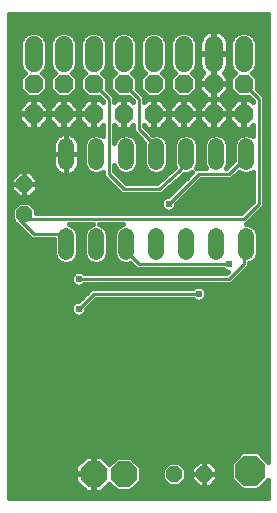
<source format=gbl>
G75*
%MOIN*%
%OFA0B0*%
%FSLAX25Y25*%
%IPPOS*%
%LPD*%
%AMOC8*
5,1,8,0,0,1.08239X$1,22.5*
%
%ADD10C,0.05200*%
%ADD11OC8,0.10000*%
%ADD12OC8,0.05200*%
%ADD13C,0.06000*%
%ADD14OC8,0.06300*%
%ADD15OC8,0.08500*%
%ADD16C,0.01000*%
%ADD17C,0.02400*%
%ADD18C,0.01600*%
D10*
X0027564Y0085775D02*
X0027564Y0090975D01*
X0037564Y0090975D02*
X0037564Y0085775D01*
X0047564Y0085775D02*
X0047564Y0090975D01*
X0057564Y0090975D02*
X0057564Y0085775D01*
X0067564Y0085775D02*
X0067564Y0090975D01*
X0077564Y0090975D02*
X0077564Y0085775D01*
X0087564Y0085775D02*
X0087564Y0090975D01*
X0087564Y0115775D02*
X0087564Y0120975D01*
X0077564Y0120975D02*
X0077564Y0115775D01*
X0067564Y0115775D02*
X0067564Y0120975D01*
X0057564Y0120975D02*
X0057564Y0115775D01*
X0047564Y0115775D02*
X0047564Y0120975D01*
X0037564Y0120975D02*
X0037564Y0115775D01*
X0027564Y0115775D02*
X0027564Y0120975D01*
D11*
X0088903Y0012824D03*
D12*
X0073588Y0011800D03*
X0063588Y0011800D03*
X0013667Y0098375D03*
X0013667Y0108375D03*
D13*
X0016777Y0148800D02*
X0016777Y0154800D01*
X0026777Y0154800D02*
X0026777Y0148800D01*
X0036777Y0148800D02*
X0036777Y0154800D01*
X0046777Y0154800D02*
X0046777Y0148800D01*
X0056777Y0148800D02*
X0056777Y0154800D01*
X0066777Y0154800D02*
X0066777Y0148800D01*
X0076777Y0148800D02*
X0076777Y0154800D01*
X0086777Y0154800D02*
X0086777Y0148800D01*
D14*
X0086777Y0141800D03*
X0086777Y0131800D03*
X0076777Y0131800D03*
X0076777Y0141800D03*
X0066777Y0141800D03*
X0066777Y0131800D03*
X0056777Y0131800D03*
X0056777Y0141800D03*
X0046777Y0141800D03*
X0046777Y0131800D03*
X0036777Y0131800D03*
X0036777Y0141800D03*
X0026777Y0141800D03*
X0026777Y0131800D03*
X0016777Y0131800D03*
X0016777Y0141800D03*
D15*
X0036777Y0011800D03*
X0046777Y0011800D03*
D16*
X0031777Y0066800D02*
X0036777Y0071800D01*
X0071777Y0071800D01*
X0081777Y0076800D02*
X0086777Y0081800D01*
X0086777Y0086800D01*
X0087564Y0088375D01*
X0086777Y0096800D02*
X0091777Y0101800D01*
X0091777Y0136800D01*
X0086777Y0141800D01*
X0087564Y0118375D02*
X0086777Y0116800D01*
X0081777Y0111800D01*
X0071777Y0111800D01*
X0061777Y0101800D01*
X0058687Y0106800D02*
X0065356Y0112832D01*
X0069633Y0117511D01*
X0067564Y0118375D01*
X0058687Y0106800D02*
X0046777Y0106800D01*
X0041777Y0111800D01*
X0041777Y0136800D01*
X0036777Y0141800D01*
X0046777Y0141800D02*
X0051777Y0136800D01*
X0051777Y0126800D01*
X0056777Y0121800D01*
X0057564Y0118375D01*
X0047564Y0088375D02*
X0046777Y0086800D01*
X0051777Y0081800D01*
X0081777Y0081800D01*
X0081777Y0076800D02*
X0031777Y0076800D01*
X0027564Y0088375D02*
X0026777Y0091800D01*
X0016777Y0091800D01*
X0011777Y0096800D01*
X0013667Y0098375D01*
X0011777Y0096800D02*
X0086777Y0096800D01*
D17*
X0081777Y0081800D03*
X0071777Y0071800D03*
X0061777Y0101800D03*
X0031777Y0076800D03*
X0031777Y0066800D03*
D18*
X0008577Y0003600D02*
X0008577Y0165000D01*
X0094977Y0165000D01*
X0094977Y0015801D01*
X0091554Y0019224D01*
X0086252Y0019224D01*
X0082503Y0015475D01*
X0082503Y0010173D01*
X0086252Y0006424D01*
X0091554Y0006424D01*
X0094977Y0009847D01*
X0094977Y0003600D01*
X0008577Y0003600D01*
X0008577Y0004997D02*
X0094977Y0004997D01*
X0094977Y0006596D02*
X0091726Y0006596D01*
X0093324Y0008194D02*
X0094977Y0008194D01*
X0094923Y0009793D02*
X0094977Y0009793D01*
X0094977Y0016187D02*
X0094591Y0016187D01*
X0094977Y0017785D02*
X0092992Y0017785D01*
X0094977Y0019384D02*
X0008577Y0019384D01*
X0008577Y0020982D02*
X0094977Y0020982D01*
X0094977Y0022581D02*
X0008577Y0022581D01*
X0008577Y0024179D02*
X0094977Y0024179D01*
X0094977Y0025778D02*
X0008577Y0025778D01*
X0008577Y0027376D02*
X0094977Y0027376D01*
X0094977Y0028975D02*
X0008577Y0028975D01*
X0008577Y0030573D02*
X0094977Y0030573D01*
X0094977Y0032172D02*
X0008577Y0032172D01*
X0008577Y0033770D02*
X0094977Y0033770D01*
X0094977Y0035369D02*
X0008577Y0035369D01*
X0008577Y0036967D02*
X0094977Y0036967D01*
X0094977Y0038566D02*
X0008577Y0038566D01*
X0008577Y0040164D02*
X0094977Y0040164D01*
X0094977Y0041763D02*
X0008577Y0041763D01*
X0008577Y0043361D02*
X0094977Y0043361D01*
X0094977Y0044960D02*
X0008577Y0044960D01*
X0008577Y0046558D02*
X0094977Y0046558D01*
X0094977Y0048157D02*
X0008577Y0048157D01*
X0008577Y0049755D02*
X0094977Y0049755D01*
X0094977Y0051354D02*
X0008577Y0051354D01*
X0008577Y0052952D02*
X0094977Y0052952D01*
X0094977Y0054551D02*
X0008577Y0054551D01*
X0008577Y0056149D02*
X0094977Y0056149D01*
X0094977Y0057748D02*
X0008577Y0057748D01*
X0008577Y0059346D02*
X0094977Y0059346D01*
X0094977Y0060945D02*
X0008577Y0060945D01*
X0008577Y0062543D02*
X0094977Y0062543D01*
X0094977Y0064142D02*
X0008577Y0064142D01*
X0008577Y0065740D02*
X0029402Y0065740D01*
X0029573Y0065327D02*
X0029177Y0066283D01*
X0029177Y0067317D01*
X0029573Y0068273D01*
X0030304Y0069004D01*
X0031260Y0069400D01*
X0031690Y0069400D01*
X0034877Y0072587D01*
X0035990Y0073700D01*
X0070000Y0073700D01*
X0070304Y0074004D01*
X0071260Y0074400D01*
X0072294Y0074400D01*
X0073250Y0074004D01*
X0073981Y0073273D01*
X0074377Y0072317D01*
X0074377Y0071283D01*
X0073981Y0070327D01*
X0073250Y0069596D01*
X0072294Y0069200D01*
X0071260Y0069200D01*
X0070304Y0069596D01*
X0070000Y0069900D01*
X0037564Y0069900D01*
X0034377Y0066713D01*
X0034377Y0066283D01*
X0033981Y0065327D01*
X0033250Y0064596D01*
X0032294Y0064200D01*
X0031260Y0064200D01*
X0030304Y0064596D01*
X0029573Y0065327D01*
X0029186Y0067339D02*
X0008577Y0067339D01*
X0008577Y0068937D02*
X0030237Y0068937D01*
X0032826Y0070536D02*
X0008577Y0070536D01*
X0008577Y0072134D02*
X0034424Y0072134D01*
X0033250Y0074596D02*
X0032294Y0074200D01*
X0031260Y0074200D01*
X0030304Y0074596D01*
X0029573Y0075327D01*
X0029177Y0076283D01*
X0029177Y0077317D01*
X0029573Y0078273D01*
X0030304Y0079004D01*
X0031260Y0079400D01*
X0032294Y0079400D01*
X0033250Y0079004D01*
X0033554Y0078700D01*
X0080990Y0078700D01*
X0081490Y0079200D01*
X0081260Y0079200D01*
X0080304Y0079596D01*
X0080000Y0079900D01*
X0050990Y0079900D01*
X0048894Y0081996D01*
X0048360Y0081775D01*
X0046769Y0081775D01*
X0045298Y0082384D01*
X0044173Y0083509D01*
X0043564Y0084979D01*
X0043564Y0091770D01*
X0044173Y0093241D01*
X0045298Y0094366D01*
X0046588Y0094900D01*
X0038540Y0094900D01*
X0039830Y0094366D01*
X0040955Y0093241D01*
X0041564Y0091770D01*
X0041564Y0084979D01*
X0040955Y0083509D01*
X0039830Y0082384D01*
X0038360Y0081775D01*
X0036769Y0081775D01*
X0035298Y0082384D01*
X0034173Y0083509D01*
X0033564Y0084979D01*
X0033564Y0091770D01*
X0034173Y0093241D01*
X0035298Y0094366D01*
X0036588Y0094900D01*
X0028540Y0094900D01*
X0029830Y0094366D01*
X0030955Y0093241D01*
X0031564Y0091770D01*
X0031564Y0084979D01*
X0030955Y0083509D01*
X0029830Y0082384D01*
X0028360Y0081775D01*
X0026769Y0081775D01*
X0025298Y0082384D01*
X0024173Y0083509D01*
X0023564Y0084979D01*
X0023564Y0089900D01*
X0015990Y0089900D01*
X0014877Y0091013D01*
X0010990Y0094900D01*
X0010920Y0094970D01*
X0010821Y0094979D01*
X0010372Y0095517D01*
X0009877Y0096013D01*
X0009877Y0096112D01*
X0009813Y0096188D01*
X0009845Y0096539D01*
X0009667Y0096718D01*
X0009667Y0100032D01*
X0012010Y0102375D01*
X0015323Y0102375D01*
X0017667Y0100032D01*
X0017667Y0098700D01*
X0085990Y0098700D01*
X0089877Y0102587D01*
X0089877Y0112431D01*
X0089830Y0112384D01*
X0088360Y0111775D01*
X0086769Y0111775D01*
X0085298Y0112384D01*
X0085173Y0112509D01*
X0082564Y0109900D01*
X0072564Y0109900D01*
X0064377Y0101713D01*
X0064377Y0101283D01*
X0063981Y0100327D01*
X0063250Y0099596D01*
X0062294Y0099200D01*
X0061260Y0099200D01*
X0060304Y0099596D01*
X0059573Y0100327D01*
X0059177Y0101283D01*
X0059177Y0102317D01*
X0059573Y0103273D01*
X0060304Y0104004D01*
X0061260Y0104400D01*
X0061690Y0104400D01*
X0069563Y0112273D01*
X0068360Y0111775D01*
X0067020Y0111775D01*
X0066697Y0111483D01*
X0066227Y0110969D01*
X0066124Y0110964D01*
X0059996Y0105423D01*
X0059474Y0104900D01*
X0059418Y0104900D01*
X0059377Y0104863D01*
X0058639Y0104900D01*
X0045990Y0104900D01*
X0044877Y0106013D01*
X0039877Y0111013D01*
X0039877Y0112431D01*
X0039830Y0112384D01*
X0038360Y0111775D01*
X0036769Y0111775D01*
X0035298Y0112384D01*
X0034173Y0113509D01*
X0033564Y0114979D01*
X0033564Y0121770D01*
X0034173Y0123241D01*
X0035298Y0124366D01*
X0036769Y0124975D01*
X0038360Y0124975D01*
X0039830Y0124366D01*
X0039877Y0124319D01*
X0039877Y0127900D01*
X0038827Y0126850D01*
X0036877Y0126850D01*
X0036877Y0131700D01*
X0036677Y0131700D01*
X0036677Y0126850D01*
X0034727Y0126850D01*
X0031827Y0129750D01*
X0031827Y0131700D01*
X0036677Y0131700D01*
X0036677Y0131900D01*
X0036677Y0136750D01*
X0034727Y0136750D01*
X0031827Y0133850D01*
X0031827Y0131900D01*
X0036677Y0131900D01*
X0036877Y0131900D01*
X0036877Y0136750D01*
X0038827Y0136750D01*
X0039877Y0135700D01*
X0039877Y0136013D01*
X0038640Y0137250D01*
X0034892Y0137250D01*
X0032227Y0139915D01*
X0032227Y0143685D01*
X0033948Y0145406D01*
X0033047Y0146308D01*
X0032377Y0147925D01*
X0032377Y0155675D01*
X0033047Y0157292D01*
X0034284Y0158530D01*
X0035902Y0159200D01*
X0037652Y0159200D01*
X0039269Y0158530D01*
X0040507Y0157292D01*
X0041177Y0155675D01*
X0041177Y0147925D01*
X0040507Y0146308D01*
X0039605Y0145406D01*
X0041327Y0143685D01*
X0041327Y0139937D01*
X0042564Y0138700D01*
X0043677Y0137587D01*
X0043677Y0135700D01*
X0044727Y0136750D01*
X0046677Y0136750D01*
X0046677Y0131900D01*
X0046877Y0131900D01*
X0046877Y0136750D01*
X0048827Y0136750D01*
X0049877Y0135700D01*
X0049877Y0136013D01*
X0048640Y0137250D01*
X0044892Y0137250D01*
X0042227Y0139915D01*
X0042227Y0143685D01*
X0043948Y0145406D01*
X0043047Y0146308D01*
X0042377Y0147925D01*
X0042377Y0155675D01*
X0043047Y0157292D01*
X0044284Y0158530D01*
X0045902Y0159200D01*
X0047652Y0159200D01*
X0049269Y0158530D01*
X0050507Y0157292D01*
X0051177Y0155675D01*
X0051177Y0147925D01*
X0050507Y0146308D01*
X0049605Y0145406D01*
X0051327Y0143685D01*
X0051327Y0139937D01*
X0052564Y0138700D01*
X0053677Y0137587D01*
X0053677Y0135700D01*
X0054727Y0136750D01*
X0056677Y0136750D01*
X0056677Y0131900D01*
X0056877Y0131900D01*
X0061727Y0131900D01*
X0061727Y0133850D01*
X0058827Y0136750D01*
X0056877Y0136750D01*
X0056877Y0131900D01*
X0056877Y0131700D01*
X0061727Y0131700D01*
X0061727Y0129750D01*
X0058827Y0126850D01*
X0056877Y0126850D01*
X0056877Y0131700D01*
X0056677Y0131700D01*
X0056677Y0126850D01*
X0054727Y0126850D01*
X0053677Y0127900D01*
X0053677Y0127587D01*
X0056430Y0124834D01*
X0056769Y0124975D01*
X0058360Y0124975D01*
X0059830Y0124366D01*
X0060955Y0123241D01*
X0061564Y0121770D01*
X0061564Y0114979D01*
X0060955Y0113509D01*
X0059830Y0112384D01*
X0058360Y0111775D01*
X0056769Y0111775D01*
X0055298Y0112384D01*
X0054173Y0113509D01*
X0053564Y0114979D01*
X0053564Y0121770D01*
X0053727Y0122163D01*
X0050990Y0124900D01*
X0049877Y0126013D01*
X0049877Y0127900D01*
X0048827Y0126850D01*
X0046877Y0126850D01*
X0046877Y0131700D01*
X0046677Y0131700D01*
X0046677Y0126850D01*
X0044727Y0126850D01*
X0043677Y0127900D01*
X0043677Y0122042D01*
X0044173Y0123241D01*
X0045298Y0124366D01*
X0046769Y0124975D01*
X0048360Y0124975D01*
X0049830Y0124366D01*
X0050955Y0123241D01*
X0051564Y0121770D01*
X0051564Y0114979D01*
X0050955Y0113509D01*
X0049830Y0112384D01*
X0048360Y0111775D01*
X0046769Y0111775D01*
X0045298Y0112384D01*
X0044173Y0113509D01*
X0043677Y0114707D01*
X0043677Y0112587D01*
X0047564Y0108700D01*
X0057955Y0108700D01*
X0063928Y0114102D01*
X0063564Y0114979D01*
X0063564Y0121770D01*
X0064173Y0123241D01*
X0065298Y0124366D01*
X0066769Y0124975D01*
X0068360Y0124975D01*
X0069830Y0124366D01*
X0070955Y0123241D01*
X0071564Y0121770D01*
X0071564Y0117809D01*
X0071689Y0117505D01*
X0071564Y0117207D01*
X0071564Y0116847D01*
X0071566Y0116810D01*
X0071564Y0116809D01*
X0071564Y0114979D01*
X0071034Y0113700D01*
X0074094Y0113700D01*
X0073564Y0114979D01*
X0073564Y0121770D01*
X0074173Y0123241D01*
X0075298Y0124366D01*
X0076769Y0124975D01*
X0078360Y0124975D01*
X0079830Y0124366D01*
X0080955Y0123241D01*
X0081564Y0121770D01*
X0081564Y0114979D01*
X0081066Y0113776D01*
X0083564Y0116274D01*
X0083564Y0121770D01*
X0084173Y0123241D01*
X0085298Y0124366D01*
X0086769Y0124975D01*
X0088360Y0124975D01*
X0089830Y0124366D01*
X0089877Y0124319D01*
X0089877Y0127900D01*
X0088827Y0126850D01*
X0086877Y0126850D01*
X0086877Y0131700D01*
X0086677Y0131700D01*
X0086677Y0126850D01*
X0084727Y0126850D01*
X0081827Y0129750D01*
X0081827Y0131700D01*
X0086677Y0131700D01*
X0086677Y0131900D01*
X0086677Y0136750D01*
X0084727Y0136750D01*
X0081827Y0133850D01*
X0081827Y0131900D01*
X0086677Y0131900D01*
X0086877Y0131900D01*
X0086877Y0136750D01*
X0088827Y0136750D01*
X0089877Y0135700D01*
X0089877Y0136013D01*
X0088640Y0137250D01*
X0084892Y0137250D01*
X0082227Y0139915D01*
X0082227Y0143685D01*
X0083948Y0145406D01*
X0083047Y0146308D01*
X0082377Y0147925D01*
X0082377Y0155675D01*
X0083047Y0157292D01*
X0084284Y0158530D01*
X0085902Y0159200D01*
X0087652Y0159200D01*
X0089269Y0158530D01*
X0090507Y0157292D01*
X0091177Y0155675D01*
X0091177Y0147925D01*
X0090507Y0146308D01*
X0089605Y0145406D01*
X0091327Y0143685D01*
X0091327Y0139937D01*
X0092564Y0138700D01*
X0093677Y0137587D01*
X0093677Y0101013D01*
X0092564Y0099900D01*
X0087639Y0094975D01*
X0088360Y0094975D01*
X0089830Y0094366D01*
X0090955Y0093241D01*
X0091564Y0091770D01*
X0091564Y0084979D01*
X0090955Y0083509D01*
X0089830Y0082384D01*
X0088677Y0081906D01*
X0088677Y0081013D01*
X0087564Y0079900D01*
X0082564Y0074900D01*
X0033554Y0074900D01*
X0033250Y0074596D01*
X0029571Y0075332D02*
X0008577Y0075332D01*
X0008577Y0076930D02*
X0029177Y0076930D01*
X0029828Y0078529D02*
X0008577Y0078529D01*
X0008577Y0080127D02*
X0050763Y0080127D01*
X0049164Y0081726D02*
X0008577Y0081726D01*
X0008577Y0083324D02*
X0024358Y0083324D01*
X0023588Y0084923D02*
X0008577Y0084923D01*
X0008577Y0086521D02*
X0023564Y0086521D01*
X0023564Y0088120D02*
X0008577Y0088120D01*
X0008577Y0089718D02*
X0023564Y0089718D01*
X0029473Y0094514D02*
X0035655Y0094514D01*
X0034038Y0092915D02*
X0031090Y0092915D01*
X0031564Y0091317D02*
X0033564Y0091317D01*
X0033564Y0089718D02*
X0031564Y0089718D01*
X0031564Y0088120D02*
X0033564Y0088120D01*
X0033564Y0086521D02*
X0031564Y0086521D01*
X0031541Y0084923D02*
X0033588Y0084923D01*
X0034358Y0083324D02*
X0030770Y0083324D01*
X0039473Y0094514D02*
X0045655Y0094514D01*
X0044038Y0092915D02*
X0041090Y0092915D01*
X0041564Y0091317D02*
X0043564Y0091317D01*
X0043564Y0089718D02*
X0041564Y0089718D01*
X0041564Y0088120D02*
X0043564Y0088120D01*
X0043564Y0086521D02*
X0041564Y0086521D01*
X0041541Y0084923D02*
X0043588Y0084923D01*
X0044358Y0083324D02*
X0040770Y0083324D01*
X0036601Y0068937D02*
X0094977Y0068937D01*
X0094977Y0067339D02*
X0035003Y0067339D01*
X0034152Y0065740D02*
X0094977Y0065740D01*
X0094977Y0070536D02*
X0074068Y0070536D01*
X0074377Y0072134D02*
X0094977Y0072134D01*
X0094977Y0073733D02*
X0073521Y0073733D01*
X0070033Y0073733D02*
X0008577Y0073733D01*
X0008577Y0091317D02*
X0014573Y0091317D01*
X0012975Y0092915D02*
X0008577Y0092915D01*
X0008577Y0094514D02*
X0011376Y0094514D01*
X0009877Y0096112D02*
X0008577Y0096112D01*
X0008577Y0097711D02*
X0009667Y0097711D01*
X0009667Y0099309D02*
X0008577Y0099309D01*
X0008577Y0100908D02*
X0010543Y0100908D01*
X0008577Y0102506D02*
X0059255Y0102506D01*
X0059332Y0100908D02*
X0016791Y0100908D01*
X0017667Y0099309D02*
X0060996Y0099309D01*
X0062558Y0099309D02*
X0086599Y0099309D01*
X0088198Y0100908D02*
X0064221Y0100908D01*
X0065170Y0102506D02*
X0089796Y0102506D01*
X0089877Y0104105D02*
X0066769Y0104105D01*
X0068367Y0105703D02*
X0089877Y0105703D01*
X0089877Y0107302D02*
X0069966Y0107302D01*
X0071564Y0108900D02*
X0089877Y0108900D01*
X0089877Y0110499D02*
X0083163Y0110499D01*
X0084761Y0112097D02*
X0085990Y0112097D01*
X0089138Y0112097D02*
X0089877Y0112097D01*
X0093677Y0112097D02*
X0094977Y0112097D01*
X0094977Y0110499D02*
X0093677Y0110499D01*
X0093677Y0108900D02*
X0094977Y0108900D01*
X0094977Y0107302D02*
X0093677Y0107302D01*
X0093677Y0105703D02*
X0094977Y0105703D01*
X0094977Y0104105D02*
X0093677Y0104105D01*
X0093677Y0102506D02*
X0094977Y0102506D01*
X0094977Y0100908D02*
X0093572Y0100908D01*
X0094977Y0099309D02*
X0091973Y0099309D01*
X0090375Y0097711D02*
X0094977Y0097711D01*
X0094977Y0096112D02*
X0088776Y0096112D01*
X0089473Y0094514D02*
X0094977Y0094514D01*
X0094977Y0092915D02*
X0091090Y0092915D01*
X0091564Y0091317D02*
X0094977Y0091317D01*
X0094977Y0089718D02*
X0091564Y0089718D01*
X0091564Y0088120D02*
X0094977Y0088120D01*
X0094977Y0086521D02*
X0091564Y0086521D01*
X0091541Y0084923D02*
X0094977Y0084923D01*
X0094977Y0083324D02*
X0090770Y0083324D01*
X0088677Y0081726D02*
X0094977Y0081726D01*
X0094977Y0080127D02*
X0087791Y0080127D01*
X0086192Y0078529D02*
X0094977Y0078529D01*
X0094977Y0076930D02*
X0084594Y0076930D01*
X0082995Y0075332D02*
X0094977Y0075332D01*
X0094977Y0113696D02*
X0093677Y0113696D01*
X0093677Y0115294D02*
X0094977Y0115294D01*
X0094977Y0116893D02*
X0093677Y0116893D01*
X0093677Y0118491D02*
X0094977Y0118491D01*
X0094977Y0120090D02*
X0093677Y0120090D01*
X0093677Y0121688D02*
X0094977Y0121688D01*
X0094977Y0123287D02*
X0093677Y0123287D01*
X0093677Y0124885D02*
X0094977Y0124885D01*
X0094977Y0126484D02*
X0093677Y0126484D01*
X0093677Y0128082D02*
X0094977Y0128082D01*
X0094977Y0129681D02*
X0093677Y0129681D01*
X0093677Y0131279D02*
X0094977Y0131279D01*
X0094977Y0132878D02*
X0093677Y0132878D01*
X0093677Y0134476D02*
X0094977Y0134476D01*
X0094977Y0136075D02*
X0093677Y0136075D01*
X0093590Y0137673D02*
X0094977Y0137673D01*
X0094977Y0139272D02*
X0091992Y0139272D01*
X0091327Y0140870D02*
X0094977Y0140870D01*
X0094977Y0142469D02*
X0091327Y0142469D01*
X0090944Y0144068D02*
X0094977Y0144068D01*
X0094977Y0145666D02*
X0089865Y0145666D01*
X0090903Y0147265D02*
X0094977Y0147265D01*
X0094977Y0148863D02*
X0091177Y0148863D01*
X0091177Y0150462D02*
X0094977Y0150462D01*
X0094977Y0152060D02*
X0091177Y0152060D01*
X0091177Y0153659D02*
X0094977Y0153659D01*
X0094977Y0155257D02*
X0091177Y0155257D01*
X0090688Y0156856D02*
X0094977Y0156856D01*
X0094977Y0158454D02*
X0089345Y0158454D01*
X0084208Y0158454D02*
X0079911Y0158454D01*
X0079904Y0158461D02*
X0080438Y0157927D01*
X0080882Y0157316D01*
X0081225Y0156643D01*
X0081459Y0155924D01*
X0081577Y0155178D01*
X0081577Y0152000D01*
X0076977Y0152000D01*
X0076977Y0151600D01*
X0081577Y0151600D01*
X0081577Y0148422D01*
X0081459Y0147676D01*
X0081225Y0146957D01*
X0080882Y0146284D01*
X0080438Y0145673D01*
X0080171Y0145406D01*
X0081727Y0143850D01*
X0081727Y0141900D01*
X0076877Y0141900D01*
X0076877Y0141700D01*
X0081727Y0141700D01*
X0081727Y0139750D01*
X0078827Y0136850D01*
X0076877Y0136850D01*
X0076877Y0141700D01*
X0076677Y0141700D01*
X0076677Y0136850D01*
X0074727Y0136850D01*
X0071827Y0139750D01*
X0071827Y0141700D01*
X0076677Y0141700D01*
X0076677Y0141900D01*
X0076677Y0146750D01*
X0076577Y0146750D01*
X0076577Y0151600D01*
X0076977Y0151600D01*
X0076977Y0146750D01*
X0076877Y0146750D01*
X0076877Y0141900D01*
X0076677Y0141900D01*
X0071827Y0141900D01*
X0071827Y0143850D01*
X0073383Y0145406D01*
X0073116Y0145673D01*
X0072672Y0146284D01*
X0072329Y0146957D01*
X0072095Y0147676D01*
X0071977Y0148422D01*
X0071977Y0151600D01*
X0076577Y0151600D01*
X0076577Y0152000D01*
X0076577Y0159600D01*
X0076399Y0159600D01*
X0075653Y0159482D01*
X0074934Y0159248D01*
X0074261Y0158905D01*
X0073650Y0158461D01*
X0073116Y0157927D01*
X0072672Y0157316D01*
X0072329Y0156643D01*
X0072095Y0155924D01*
X0071977Y0155178D01*
X0071977Y0152000D01*
X0076577Y0152000D01*
X0076977Y0152000D01*
X0076977Y0159600D01*
X0077155Y0159600D01*
X0077901Y0159482D01*
X0078619Y0159248D01*
X0079293Y0158905D01*
X0079904Y0158461D01*
X0081117Y0156856D02*
X0082866Y0156856D01*
X0082377Y0155257D02*
X0081564Y0155257D01*
X0081577Y0153659D02*
X0082377Y0153659D01*
X0082377Y0152060D02*
X0081577Y0152060D01*
X0081577Y0150462D02*
X0082377Y0150462D01*
X0082377Y0148863D02*
X0081577Y0148863D01*
X0081325Y0147265D02*
X0082650Y0147265D01*
X0083688Y0145666D02*
X0080431Y0145666D01*
X0081510Y0144068D02*
X0082610Y0144068D01*
X0082227Y0142469D02*
X0081727Y0142469D01*
X0081727Y0140870D02*
X0082227Y0140870D01*
X0082870Y0139272D02*
X0081249Y0139272D01*
X0079651Y0137673D02*
X0084469Y0137673D01*
X0084052Y0136075D02*
X0079502Y0136075D01*
X0078827Y0136750D02*
X0076877Y0136750D01*
X0076877Y0131900D01*
X0081727Y0131900D01*
X0081727Y0133850D01*
X0078827Y0136750D01*
X0076877Y0136075D02*
X0076677Y0136075D01*
X0076677Y0136750D02*
X0074727Y0136750D01*
X0071827Y0133850D01*
X0071827Y0131900D01*
X0076677Y0131900D01*
X0076677Y0136750D01*
X0076677Y0137673D02*
X0076877Y0137673D01*
X0076877Y0139272D02*
X0076677Y0139272D01*
X0076677Y0140870D02*
X0076877Y0140870D01*
X0076877Y0142469D02*
X0076677Y0142469D01*
X0076677Y0144068D02*
X0076877Y0144068D01*
X0076877Y0145666D02*
X0076677Y0145666D01*
X0076577Y0147265D02*
X0076977Y0147265D01*
X0076977Y0148863D02*
X0076577Y0148863D01*
X0076577Y0150462D02*
X0076977Y0150462D01*
X0076977Y0152060D02*
X0076577Y0152060D01*
X0076577Y0153659D02*
X0076977Y0153659D01*
X0076977Y0155257D02*
X0076577Y0155257D01*
X0076577Y0156856D02*
X0076977Y0156856D01*
X0076977Y0158454D02*
X0076577Y0158454D01*
X0073643Y0158454D02*
X0069345Y0158454D01*
X0069269Y0158530D02*
X0067652Y0159200D01*
X0065902Y0159200D01*
X0064284Y0158530D01*
X0063047Y0157292D01*
X0062377Y0155675D01*
X0062377Y0147925D01*
X0063047Y0146308D01*
X0063948Y0145406D01*
X0062227Y0143685D01*
X0062227Y0139915D01*
X0064892Y0137250D01*
X0068662Y0137250D01*
X0071327Y0139915D01*
X0071327Y0143685D01*
X0069605Y0145406D01*
X0070507Y0146308D01*
X0071177Y0147925D01*
X0071177Y0155675D01*
X0070507Y0157292D01*
X0069269Y0158530D01*
X0070688Y0156856D02*
X0072437Y0156856D01*
X0071989Y0155257D02*
X0071177Y0155257D01*
X0071177Y0153659D02*
X0071977Y0153659D01*
X0071977Y0152060D02*
X0071177Y0152060D01*
X0071177Y0150462D02*
X0071977Y0150462D01*
X0071977Y0148863D02*
X0071177Y0148863D01*
X0070903Y0147265D02*
X0072229Y0147265D01*
X0073123Y0145666D02*
X0069865Y0145666D01*
X0070944Y0144068D02*
X0072044Y0144068D01*
X0071827Y0142469D02*
X0071327Y0142469D01*
X0071327Y0140870D02*
X0071827Y0140870D01*
X0072305Y0139272D02*
X0070684Y0139272D01*
X0069085Y0137673D02*
X0073903Y0137673D01*
X0074052Y0136075D02*
X0069502Y0136075D01*
X0068827Y0136750D02*
X0066877Y0136750D01*
X0066877Y0131900D01*
X0071727Y0131900D01*
X0071727Y0133850D01*
X0068827Y0136750D01*
X0066877Y0136075D02*
X0066677Y0136075D01*
X0066677Y0136750D02*
X0064727Y0136750D01*
X0061827Y0133850D01*
X0061827Y0131900D01*
X0066677Y0131900D01*
X0066677Y0136750D01*
X0066677Y0134476D02*
X0066877Y0134476D01*
X0066877Y0132878D02*
X0066677Y0132878D01*
X0066677Y0131900D02*
X0066877Y0131900D01*
X0066877Y0131700D01*
X0071727Y0131700D01*
X0071727Y0129750D01*
X0068827Y0126850D01*
X0066877Y0126850D01*
X0066877Y0131700D01*
X0066677Y0131700D01*
X0066677Y0126850D01*
X0064727Y0126850D01*
X0061827Y0129750D01*
X0061827Y0131700D01*
X0066677Y0131700D01*
X0066677Y0131900D01*
X0066677Y0131279D02*
X0066877Y0131279D01*
X0066877Y0129681D02*
X0066677Y0129681D01*
X0066677Y0128082D02*
X0066877Y0128082D01*
X0066553Y0124885D02*
X0058576Y0124885D01*
X0060060Y0128082D02*
X0063494Y0128082D01*
X0061896Y0129681D02*
X0061658Y0129681D01*
X0061727Y0131279D02*
X0061827Y0131279D01*
X0061827Y0132878D02*
X0061727Y0132878D01*
X0061101Y0134476D02*
X0062453Y0134476D01*
X0064052Y0136075D02*
X0059502Y0136075D01*
X0058662Y0137250D02*
X0061327Y0139915D01*
X0061327Y0143685D01*
X0059605Y0145406D01*
X0060507Y0146308D01*
X0061177Y0147925D01*
X0061177Y0155675D01*
X0060507Y0157292D01*
X0059269Y0158530D01*
X0057652Y0159200D01*
X0055902Y0159200D01*
X0054284Y0158530D01*
X0053047Y0157292D01*
X0052377Y0155675D01*
X0052377Y0147925D01*
X0053047Y0146308D01*
X0053948Y0145406D01*
X0052227Y0143685D01*
X0052227Y0139915D01*
X0054892Y0137250D01*
X0058662Y0137250D01*
X0059085Y0137673D02*
X0064469Y0137673D01*
X0062870Y0139272D02*
X0060684Y0139272D01*
X0061327Y0140870D02*
X0062227Y0140870D01*
X0062227Y0142469D02*
X0061327Y0142469D01*
X0060944Y0144068D02*
X0062610Y0144068D01*
X0063688Y0145666D02*
X0059865Y0145666D01*
X0060903Y0147265D02*
X0062650Y0147265D01*
X0062377Y0148863D02*
X0061177Y0148863D01*
X0061177Y0150462D02*
X0062377Y0150462D01*
X0062377Y0152060D02*
X0061177Y0152060D01*
X0061177Y0153659D02*
X0062377Y0153659D01*
X0062377Y0155257D02*
X0061177Y0155257D01*
X0060688Y0156856D02*
X0062866Y0156856D01*
X0064208Y0158454D02*
X0059345Y0158454D01*
X0054208Y0158454D02*
X0049345Y0158454D01*
X0050688Y0156856D02*
X0052866Y0156856D01*
X0052377Y0155257D02*
X0051177Y0155257D01*
X0051177Y0153659D02*
X0052377Y0153659D01*
X0052377Y0152060D02*
X0051177Y0152060D01*
X0051177Y0150462D02*
X0052377Y0150462D01*
X0052377Y0148863D02*
X0051177Y0148863D01*
X0050903Y0147265D02*
X0052650Y0147265D01*
X0053688Y0145666D02*
X0049865Y0145666D01*
X0050944Y0144068D02*
X0052610Y0144068D01*
X0052227Y0142469D02*
X0051327Y0142469D01*
X0051327Y0140870D02*
X0052227Y0140870D01*
X0051992Y0139272D02*
X0052870Y0139272D01*
X0053590Y0137673D02*
X0054469Y0137673D01*
X0054052Y0136075D02*
X0053677Y0136075D01*
X0056677Y0136075D02*
X0056877Y0136075D01*
X0056877Y0134476D02*
X0056677Y0134476D01*
X0056677Y0132878D02*
X0056877Y0132878D01*
X0056877Y0131279D02*
X0056677Y0131279D01*
X0056677Y0129681D02*
X0056877Y0129681D01*
X0056877Y0128082D02*
X0056677Y0128082D01*
X0054780Y0126484D02*
X0089877Y0126484D01*
X0089877Y0124885D02*
X0088576Y0124885D01*
X0086553Y0124885D02*
X0078576Y0124885D01*
X0078827Y0126850D02*
X0076877Y0126850D01*
X0076877Y0131700D01*
X0076877Y0131900D01*
X0076677Y0131900D01*
X0076677Y0131700D01*
X0076877Y0131700D01*
X0081727Y0131700D01*
X0081727Y0129750D01*
X0078827Y0126850D01*
X0080060Y0128082D02*
X0083494Y0128082D01*
X0081896Y0129681D02*
X0081658Y0129681D01*
X0081727Y0131279D02*
X0081827Y0131279D01*
X0081827Y0132878D02*
X0081727Y0132878D01*
X0081101Y0134476D02*
X0082453Y0134476D01*
X0086677Y0134476D02*
X0086877Y0134476D01*
X0086877Y0132878D02*
X0086677Y0132878D01*
X0086677Y0131279D02*
X0086877Y0131279D01*
X0086877Y0129681D02*
X0086677Y0129681D01*
X0086677Y0128082D02*
X0086877Y0128082D01*
X0084220Y0123287D02*
X0080909Y0123287D01*
X0081564Y0121688D02*
X0083564Y0121688D01*
X0083564Y0120090D02*
X0081564Y0120090D01*
X0081564Y0118491D02*
X0083564Y0118491D01*
X0083564Y0116893D02*
X0081564Y0116893D01*
X0081564Y0115294D02*
X0082584Y0115294D01*
X0076553Y0124885D02*
X0068576Y0124885D01*
X0070909Y0123287D02*
X0074220Y0123287D01*
X0073564Y0121688D02*
X0071564Y0121688D01*
X0071564Y0120090D02*
X0073564Y0120090D01*
X0073564Y0118491D02*
X0071564Y0118491D01*
X0071564Y0116893D02*
X0073564Y0116893D01*
X0073564Y0115294D02*
X0071564Y0115294D01*
X0069387Y0112097D02*
X0069138Y0112097D01*
X0067789Y0110499D02*
X0065609Y0110499D01*
X0066190Y0108900D02*
X0063842Y0108900D01*
X0064592Y0107302D02*
X0062074Y0107302D01*
X0062993Y0105703D02*
X0060307Y0105703D01*
X0060547Y0104105D02*
X0015619Y0104105D01*
X0015489Y0103975D02*
X0018067Y0106552D01*
X0018067Y0108375D01*
X0018067Y0110197D01*
X0015489Y0112775D01*
X0013667Y0112775D01*
X0013667Y0108375D01*
X0018067Y0108375D01*
X0013667Y0108375D01*
X0013667Y0108375D01*
X0013667Y0108375D01*
X0013667Y0112775D01*
X0011844Y0112775D01*
X0009267Y0110197D01*
X0009267Y0108375D01*
X0013667Y0108375D01*
X0013667Y0103975D01*
X0015489Y0103975D01*
X0017218Y0105703D02*
X0045187Y0105703D01*
X0043588Y0107302D02*
X0018067Y0107302D01*
X0018067Y0108900D02*
X0041990Y0108900D01*
X0040391Y0110499D02*
X0017765Y0110499D01*
X0016167Y0112097D02*
X0025140Y0112097D01*
X0025258Y0112012D02*
X0024698Y0112419D01*
X0024208Y0112908D01*
X0023801Y0113469D01*
X0023487Y0114086D01*
X0023273Y0114744D01*
X0023164Y0115429D01*
X0023164Y0118375D01*
X0027564Y0118375D01*
X0027564Y0118375D01*
X0027564Y0125375D01*
X0027218Y0125375D01*
X0026534Y0125266D01*
X0025875Y0125052D01*
X0025258Y0124738D01*
X0024698Y0124331D01*
X0024208Y0123841D01*
X0023801Y0123281D01*
X0023487Y0122664D01*
X0023273Y0122005D01*
X0023164Y0121321D01*
X0023164Y0118375D01*
X0027564Y0118375D01*
X0027564Y0118375D01*
X0027564Y0125375D01*
X0027911Y0125375D01*
X0028595Y0125266D01*
X0029253Y0125052D01*
X0029870Y0124738D01*
X0030431Y0124331D01*
X0030920Y0123841D01*
X0031327Y0123281D01*
X0031642Y0122664D01*
X0031856Y0122005D01*
X0031964Y0121321D01*
X0031964Y0118375D01*
X0027564Y0118375D01*
X0027564Y0118375D01*
X0027564Y0111375D01*
X0027218Y0111375D01*
X0026534Y0111483D01*
X0025875Y0111697D01*
X0025258Y0112012D01*
X0023685Y0113696D02*
X0008577Y0113696D01*
X0008577Y0115294D02*
X0023186Y0115294D01*
X0023164Y0116893D02*
X0008577Y0116893D01*
X0008577Y0118491D02*
X0023164Y0118491D01*
X0023164Y0120090D02*
X0008577Y0120090D01*
X0008577Y0121688D02*
X0023222Y0121688D01*
X0023805Y0123287D02*
X0008577Y0123287D01*
X0008577Y0124885D02*
X0025547Y0124885D01*
X0024727Y0126850D02*
X0026677Y0126850D01*
X0026677Y0131700D01*
X0026877Y0131700D01*
X0026877Y0131900D01*
X0031727Y0131900D01*
X0031727Y0133850D01*
X0028827Y0136750D01*
X0026877Y0136750D01*
X0026877Y0131900D01*
X0026677Y0131900D01*
X0026677Y0136750D01*
X0024727Y0136750D01*
X0021827Y0133850D01*
X0021827Y0131900D01*
X0026677Y0131900D01*
X0026677Y0131700D01*
X0021827Y0131700D01*
X0021827Y0129750D01*
X0024727Y0126850D01*
X0023494Y0128082D02*
X0020060Y0128082D01*
X0018827Y0126850D02*
X0021727Y0129750D01*
X0021727Y0131700D01*
X0016877Y0131700D01*
X0016877Y0131900D01*
X0021727Y0131900D01*
X0021727Y0133850D01*
X0018827Y0136750D01*
X0016877Y0136750D01*
X0016877Y0131900D01*
X0016677Y0131900D01*
X0016677Y0136750D01*
X0014727Y0136750D01*
X0011827Y0133850D01*
X0011827Y0131900D01*
X0016677Y0131900D01*
X0016677Y0131700D01*
X0016877Y0131700D01*
X0016877Y0126850D01*
X0018827Y0126850D01*
X0016677Y0126850D02*
X0016677Y0131700D01*
X0011827Y0131700D01*
X0011827Y0129750D01*
X0014727Y0126850D01*
X0016677Y0126850D01*
X0016677Y0128082D02*
X0016877Y0128082D01*
X0016877Y0129681D02*
X0016677Y0129681D01*
X0016677Y0131279D02*
X0016877Y0131279D01*
X0016877Y0132878D02*
X0016677Y0132878D01*
X0016677Y0134476D02*
X0016877Y0134476D01*
X0016877Y0136075D02*
X0016677Y0136075D01*
X0014892Y0137250D02*
X0018662Y0137250D01*
X0021327Y0139915D01*
X0021327Y0143685D01*
X0019605Y0145406D01*
X0020507Y0146308D01*
X0021177Y0147925D01*
X0021177Y0155675D01*
X0020507Y0157292D01*
X0019269Y0158530D01*
X0017652Y0159200D01*
X0015902Y0159200D01*
X0014284Y0158530D01*
X0013047Y0157292D01*
X0012377Y0155675D01*
X0012377Y0147925D01*
X0013047Y0146308D01*
X0013948Y0145406D01*
X0012227Y0143685D01*
X0012227Y0139915D01*
X0014892Y0137250D01*
X0014469Y0137673D02*
X0008577Y0137673D01*
X0008577Y0136075D02*
X0014052Y0136075D01*
X0012453Y0134476D02*
X0008577Y0134476D01*
X0008577Y0132878D02*
X0011827Y0132878D01*
X0011827Y0131279D02*
X0008577Y0131279D01*
X0008577Y0129681D02*
X0011896Y0129681D01*
X0013494Y0128082D02*
X0008577Y0128082D01*
X0008577Y0126484D02*
X0039877Y0126484D01*
X0039877Y0124885D02*
X0038576Y0124885D01*
X0036553Y0124885D02*
X0029581Y0124885D01*
X0028827Y0126850D02*
X0031727Y0129750D01*
X0031727Y0131700D01*
X0026877Y0131700D01*
X0026877Y0126850D01*
X0028827Y0126850D01*
X0030060Y0128082D02*
X0033494Y0128082D01*
X0031896Y0129681D02*
X0031658Y0129681D01*
X0031727Y0131279D02*
X0031827Y0131279D01*
X0031827Y0132878D02*
X0031727Y0132878D01*
X0031101Y0134476D02*
X0032453Y0134476D01*
X0034052Y0136075D02*
X0029502Y0136075D01*
X0028662Y0137250D02*
X0031327Y0139915D01*
X0031327Y0143685D01*
X0029605Y0145406D01*
X0030507Y0146308D01*
X0031177Y0147925D01*
X0031177Y0155675D01*
X0030507Y0157292D01*
X0029269Y0158530D01*
X0027652Y0159200D01*
X0025902Y0159200D01*
X0024284Y0158530D01*
X0023047Y0157292D01*
X0022377Y0155675D01*
X0022377Y0147925D01*
X0023047Y0146308D01*
X0023948Y0145406D01*
X0022227Y0143685D01*
X0022227Y0139915D01*
X0024892Y0137250D01*
X0028662Y0137250D01*
X0029085Y0137673D02*
X0034469Y0137673D01*
X0032870Y0139272D02*
X0030684Y0139272D01*
X0031327Y0140870D02*
X0032227Y0140870D01*
X0032227Y0142469D02*
X0031327Y0142469D01*
X0030944Y0144068D02*
X0032610Y0144068D01*
X0033688Y0145666D02*
X0029865Y0145666D01*
X0030903Y0147265D02*
X0032650Y0147265D01*
X0032377Y0148863D02*
X0031177Y0148863D01*
X0031177Y0150462D02*
X0032377Y0150462D01*
X0032377Y0152060D02*
X0031177Y0152060D01*
X0031177Y0153659D02*
X0032377Y0153659D01*
X0032377Y0155257D02*
X0031177Y0155257D01*
X0030688Y0156856D02*
X0032866Y0156856D01*
X0034208Y0158454D02*
X0029345Y0158454D01*
X0024208Y0158454D02*
X0019345Y0158454D01*
X0020688Y0156856D02*
X0022866Y0156856D01*
X0022377Y0155257D02*
X0021177Y0155257D01*
X0021177Y0153659D02*
X0022377Y0153659D01*
X0022377Y0152060D02*
X0021177Y0152060D01*
X0021177Y0150462D02*
X0022377Y0150462D01*
X0022377Y0148863D02*
X0021177Y0148863D01*
X0020903Y0147265D02*
X0022650Y0147265D01*
X0023688Y0145666D02*
X0019865Y0145666D01*
X0020944Y0144068D02*
X0022610Y0144068D01*
X0022227Y0142469D02*
X0021327Y0142469D01*
X0021327Y0140870D02*
X0022227Y0140870D01*
X0022870Y0139272D02*
X0020684Y0139272D01*
X0019085Y0137673D02*
X0024469Y0137673D01*
X0024052Y0136075D02*
X0019502Y0136075D01*
X0021101Y0134476D02*
X0022453Y0134476D01*
X0021827Y0132878D02*
X0021727Y0132878D01*
X0021727Y0131279D02*
X0021827Y0131279D01*
X0021896Y0129681D02*
X0021658Y0129681D01*
X0026677Y0129681D02*
X0026877Y0129681D01*
X0026877Y0131279D02*
X0026677Y0131279D01*
X0026677Y0132878D02*
X0026877Y0132878D01*
X0026877Y0134476D02*
X0026677Y0134476D01*
X0026677Y0136075D02*
X0026877Y0136075D01*
X0026877Y0128082D02*
X0026677Y0128082D01*
X0027564Y0124885D02*
X0027564Y0124885D01*
X0027564Y0123287D02*
X0027564Y0123287D01*
X0027564Y0121688D02*
X0027564Y0121688D01*
X0027564Y0120090D02*
X0027564Y0120090D01*
X0027564Y0118491D02*
X0027564Y0118491D01*
X0027564Y0118375D02*
X0027564Y0118375D01*
X0027564Y0111375D01*
X0027911Y0111375D01*
X0028595Y0111483D01*
X0029253Y0111697D01*
X0029870Y0112012D01*
X0030431Y0112419D01*
X0030920Y0112908D01*
X0031327Y0113469D01*
X0031642Y0114086D01*
X0031856Y0114744D01*
X0031964Y0115429D01*
X0031964Y0118375D01*
X0027564Y0118375D01*
X0027564Y0116893D02*
X0027564Y0116893D01*
X0027564Y0115294D02*
X0027564Y0115294D01*
X0027564Y0113696D02*
X0027564Y0113696D01*
X0027564Y0112097D02*
X0027564Y0112097D01*
X0029988Y0112097D02*
X0035990Y0112097D01*
X0034096Y0113696D02*
X0031443Y0113696D01*
X0031943Y0115294D02*
X0033564Y0115294D01*
X0033564Y0116893D02*
X0031964Y0116893D01*
X0031964Y0118491D02*
X0033564Y0118491D01*
X0033564Y0120090D02*
X0031964Y0120090D01*
X0031906Y0121688D02*
X0033564Y0121688D01*
X0034220Y0123287D02*
X0031323Y0123287D01*
X0036677Y0128082D02*
X0036877Y0128082D01*
X0036877Y0129681D02*
X0036677Y0129681D01*
X0036677Y0131279D02*
X0036877Y0131279D01*
X0036877Y0132878D02*
X0036677Y0132878D01*
X0036677Y0134476D02*
X0036877Y0134476D01*
X0036877Y0136075D02*
X0036677Y0136075D01*
X0039502Y0136075D02*
X0039815Y0136075D01*
X0041992Y0139272D02*
X0042870Y0139272D01*
X0042227Y0140870D02*
X0041327Y0140870D01*
X0041327Y0142469D02*
X0042227Y0142469D01*
X0042610Y0144068D02*
X0040944Y0144068D01*
X0039865Y0145666D02*
X0043688Y0145666D01*
X0042650Y0147265D02*
X0040903Y0147265D01*
X0041177Y0148863D02*
X0042377Y0148863D01*
X0042377Y0150462D02*
X0041177Y0150462D01*
X0041177Y0152060D02*
X0042377Y0152060D01*
X0042377Y0153659D02*
X0041177Y0153659D01*
X0041177Y0155257D02*
X0042377Y0155257D01*
X0042866Y0156856D02*
X0040688Y0156856D01*
X0039345Y0158454D02*
X0044208Y0158454D01*
X0044469Y0137673D02*
X0043590Y0137673D01*
X0043677Y0136075D02*
X0044052Y0136075D01*
X0046677Y0136075D02*
X0046877Y0136075D01*
X0046877Y0134476D02*
X0046677Y0134476D01*
X0046677Y0132878D02*
X0046877Y0132878D01*
X0046877Y0131279D02*
X0046677Y0131279D01*
X0046677Y0129681D02*
X0046877Y0129681D01*
X0046877Y0128082D02*
X0046677Y0128082D01*
X0046553Y0124885D02*
X0043677Y0124885D01*
X0043677Y0123287D02*
X0044220Y0123287D01*
X0043677Y0126484D02*
X0049877Y0126484D01*
X0051005Y0124885D02*
X0048576Y0124885D01*
X0050909Y0123287D02*
X0052603Y0123287D01*
X0053564Y0121688D02*
X0051564Y0121688D01*
X0051564Y0120090D02*
X0053564Y0120090D01*
X0053564Y0118491D02*
X0051564Y0118491D01*
X0051564Y0116893D02*
X0053564Y0116893D01*
X0053564Y0115294D02*
X0051564Y0115294D01*
X0051033Y0113696D02*
X0054096Y0113696D01*
X0055990Y0112097D02*
X0049138Y0112097D01*
X0045990Y0112097D02*
X0044167Y0112097D01*
X0044096Y0113696D02*
X0043677Y0113696D01*
X0045765Y0110499D02*
X0059944Y0110499D01*
X0059138Y0112097D02*
X0061711Y0112097D01*
X0061033Y0113696D02*
X0063479Y0113696D01*
X0063564Y0115294D02*
X0061564Y0115294D01*
X0061564Y0116893D02*
X0063564Y0116893D01*
X0063564Y0118491D02*
X0061564Y0118491D01*
X0061564Y0120090D02*
X0063564Y0120090D01*
X0063564Y0121688D02*
X0061564Y0121688D01*
X0060909Y0123287D02*
X0064220Y0123287D01*
X0070060Y0128082D02*
X0073494Y0128082D01*
X0074727Y0126850D02*
X0076677Y0126850D01*
X0076677Y0131700D01*
X0071827Y0131700D01*
X0071827Y0129750D01*
X0074727Y0126850D01*
X0076677Y0128082D02*
X0076877Y0128082D01*
X0076877Y0129681D02*
X0076677Y0129681D01*
X0076677Y0131279D02*
X0076877Y0131279D01*
X0076877Y0132878D02*
X0076677Y0132878D01*
X0076677Y0134476D02*
X0076877Y0134476D01*
X0072453Y0134476D02*
X0071101Y0134476D01*
X0071727Y0132878D02*
X0071827Y0132878D01*
X0071827Y0131279D02*
X0071727Y0131279D01*
X0071658Y0129681D02*
X0071896Y0129681D01*
X0058176Y0108900D02*
X0047364Y0108900D01*
X0039877Y0112097D02*
X0039138Y0112097D01*
X0049502Y0136075D02*
X0049815Y0136075D01*
X0056379Y0124885D02*
X0056553Y0124885D01*
X0086677Y0136075D02*
X0086877Y0136075D01*
X0089502Y0136075D02*
X0089815Y0136075D01*
X0094977Y0160053D02*
X0008577Y0160053D01*
X0008577Y0161651D02*
X0094977Y0161651D01*
X0094977Y0163250D02*
X0008577Y0163250D01*
X0008577Y0164848D02*
X0094977Y0164848D01*
X0014208Y0158454D02*
X0008577Y0158454D01*
X0008577Y0156856D02*
X0012866Y0156856D01*
X0012377Y0155257D02*
X0008577Y0155257D01*
X0008577Y0153659D02*
X0012377Y0153659D01*
X0012377Y0152060D02*
X0008577Y0152060D01*
X0008577Y0150462D02*
X0012377Y0150462D01*
X0012377Y0148863D02*
X0008577Y0148863D01*
X0008577Y0147265D02*
X0012650Y0147265D01*
X0013688Y0145666D02*
X0008577Y0145666D01*
X0008577Y0144068D02*
X0012610Y0144068D01*
X0012227Y0142469D02*
X0008577Y0142469D01*
X0008577Y0140870D02*
X0012227Y0140870D01*
X0012870Y0139272D02*
X0008577Y0139272D01*
X0008577Y0112097D02*
X0011167Y0112097D01*
X0009568Y0110499D02*
X0008577Y0110499D01*
X0008577Y0108900D02*
X0009267Y0108900D01*
X0009267Y0108375D02*
X0009267Y0106552D01*
X0011844Y0103975D01*
X0013667Y0103975D01*
X0013667Y0108375D01*
X0013667Y0108375D01*
X0013667Y0108375D01*
X0009267Y0108375D01*
X0009267Y0107302D02*
X0008577Y0107302D01*
X0008577Y0105703D02*
X0010116Y0105703D01*
X0008577Y0104105D02*
X0011714Y0104105D01*
X0013667Y0104105D02*
X0013667Y0104105D01*
X0013667Y0105703D02*
X0013667Y0105703D01*
X0013667Y0107302D02*
X0013667Y0107302D01*
X0013667Y0108900D02*
X0013667Y0108900D01*
X0013667Y0110499D02*
X0013667Y0110499D01*
X0013667Y0112097D02*
X0013667Y0112097D01*
X0008577Y0017785D02*
X0034206Y0017785D01*
X0034271Y0017850D02*
X0030727Y0014306D01*
X0030727Y0012000D01*
X0036577Y0012000D01*
X0036577Y0017850D01*
X0034271Y0017850D01*
X0036577Y0017785D02*
X0036977Y0017785D01*
X0036977Y0017850D02*
X0039283Y0017850D01*
X0042060Y0015073D01*
X0044437Y0017450D01*
X0049117Y0017450D01*
X0052427Y0014140D01*
X0052427Y0009460D01*
X0049117Y0006150D01*
X0044437Y0006150D01*
X0042060Y0008527D01*
X0039283Y0005750D01*
X0036977Y0005750D01*
X0036977Y0011600D01*
X0036577Y0011600D01*
X0036577Y0005750D01*
X0034271Y0005750D01*
X0030727Y0009294D01*
X0030727Y0011600D01*
X0036577Y0011600D01*
X0036577Y0012000D01*
X0036977Y0012000D01*
X0036977Y0017850D01*
X0036977Y0016187D02*
X0036577Y0016187D01*
X0036577Y0014588D02*
X0036977Y0014588D01*
X0036977Y0012990D02*
X0036577Y0012990D01*
X0036577Y0011391D02*
X0036977Y0011391D01*
X0036977Y0009793D02*
X0036577Y0009793D01*
X0036577Y0008194D02*
X0036977Y0008194D01*
X0036977Y0006596D02*
X0036577Y0006596D01*
X0033425Y0006596D02*
X0008577Y0006596D01*
X0008577Y0008194D02*
X0031827Y0008194D01*
X0030727Y0009793D02*
X0008577Y0009793D01*
X0008577Y0011391D02*
X0030727Y0011391D01*
X0030727Y0012990D02*
X0008577Y0012990D01*
X0008577Y0014588D02*
X0031009Y0014588D01*
X0032608Y0016187D02*
X0008577Y0016187D01*
X0039348Y0017785D02*
X0084813Y0017785D01*
X0083215Y0016187D02*
X0075424Y0016187D01*
X0075410Y0016200D02*
X0073588Y0016200D01*
X0073588Y0011800D01*
X0077988Y0011800D01*
X0077988Y0013623D01*
X0075410Y0016200D01*
X0073588Y0016187D02*
X0073588Y0016187D01*
X0073588Y0016200D02*
X0071765Y0016200D01*
X0069188Y0013623D01*
X0069188Y0011800D01*
X0073588Y0011800D01*
X0073588Y0011800D01*
X0077988Y0011800D01*
X0077988Y0009977D01*
X0075410Y0007400D01*
X0073588Y0007400D01*
X0073588Y0011800D01*
X0073588Y0011800D01*
X0073588Y0011800D01*
X0073588Y0016200D01*
X0073588Y0014588D02*
X0073588Y0014588D01*
X0073588Y0012990D02*
X0073588Y0012990D01*
X0073588Y0011800D02*
X0073588Y0011800D01*
X0073588Y0007400D01*
X0071765Y0007400D01*
X0069188Y0009977D01*
X0069188Y0011800D01*
X0073588Y0011800D01*
X0073588Y0011391D02*
X0073588Y0011391D01*
X0073588Y0009793D02*
X0073588Y0009793D01*
X0073588Y0008194D02*
X0073588Y0008194D01*
X0076204Y0008194D02*
X0084481Y0008194D01*
X0086080Y0006596D02*
X0049563Y0006596D01*
X0051161Y0008194D02*
X0061537Y0008194D01*
X0061931Y0007800D02*
X0065245Y0007800D01*
X0067588Y0010143D01*
X0067588Y0013457D01*
X0065245Y0015800D01*
X0061931Y0015800D01*
X0059588Y0013457D01*
X0059588Y0010143D01*
X0061931Y0007800D01*
X0059939Y0009793D02*
X0052427Y0009793D01*
X0052427Y0011391D02*
X0059588Y0011391D01*
X0059588Y0012990D02*
X0052427Y0012990D01*
X0051979Y0014588D02*
X0060719Y0014588D01*
X0065639Y0008194D02*
X0070971Y0008194D01*
X0069373Y0009793D02*
X0067237Y0009793D01*
X0067588Y0011391D02*
X0069188Y0011391D01*
X0069188Y0012990D02*
X0067588Y0012990D01*
X0066457Y0014588D02*
X0070153Y0014588D01*
X0071752Y0016187D02*
X0050381Y0016187D01*
X0043991Y0006596D02*
X0040128Y0006596D01*
X0041727Y0008194D02*
X0042393Y0008194D01*
X0043173Y0016187D02*
X0040946Y0016187D01*
X0077022Y0014588D02*
X0082503Y0014588D01*
X0082503Y0012990D02*
X0077988Y0012990D01*
X0077988Y0011391D02*
X0082503Y0011391D01*
X0082883Y0009793D02*
X0077803Y0009793D01*
M02*

</source>
